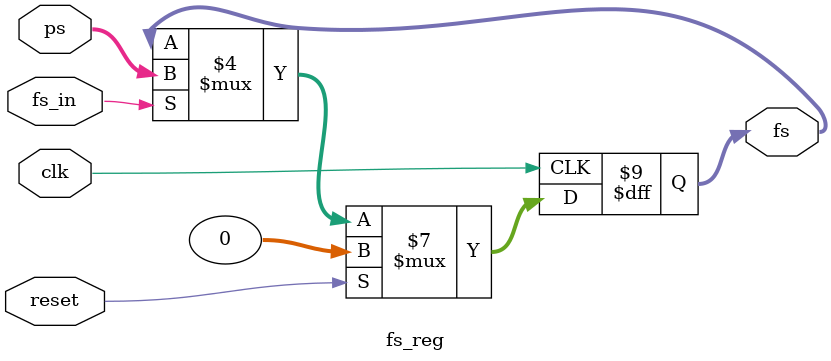
<source format=v>
module fs_reg(clk, reset, fs_in, ps, fs);

  input clk, reset, fs_in;
  input [31 : 0] ps;
  output reg [31 : 0] fs;

  // Your code begins here
always @(posedge clk) 
	begin 
		if(reset == 1) begin 
			fs <= 0; 
		end else if(fs_in == 1) begin
		 	fs <= ps; 
		end 
	end 
endmodule

</source>
